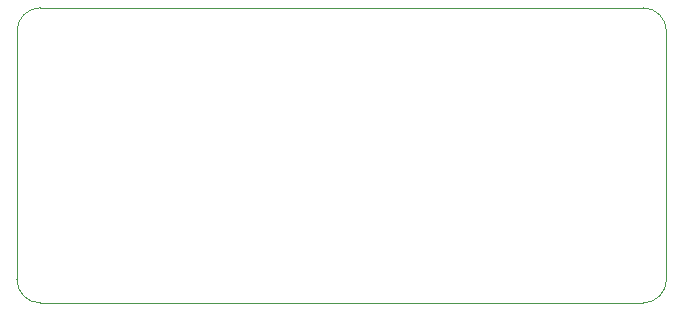
<source format=gm1>
G04*
G04 #@! TF.GenerationSoftware,Altium Limited,Altium Designer,23.10.1 (27)*
G04*
G04 Layer_Color=16711935*
%FSLAX44Y44*%
%MOMM*%
G71*
G04*
G04 #@! TF.SameCoordinates,E8663D54-F838-47F8-9E7A-4E2C6B29C732*
G04*
G04*
G04 #@! TF.FilePolarity,Positive*
G04*
G01*
G75*
%ADD11C,0.1000*%
D11*
X530000Y0D02*
G03*
X550000Y20000I0J20000D01*
G01*
X-0D02*
G03*
X20000Y0I20000J0D01*
G01*
X20000Y250000D02*
G03*
X0Y230000I0J-20000D01*
G01*
X550000D02*
G03*
X530000Y250000I-20000J0D01*
G01*
X270000D02*
X275000D01*
X20000Y0D02*
X530000D01*
X550000Y20000D02*
Y230000D01*
X0Y20000D02*
Y230000D01*
X20000Y250000D02*
X530000D01*
M02*

</source>
